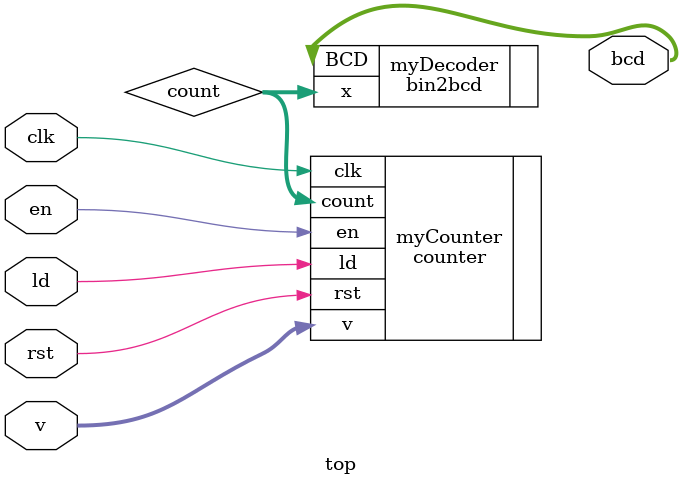
<source format=sv>
module top #(
    parameter WIDTH = 8
)(
    // interface signals
    input logic                     clk,    // clock 
    input logic                     rst,    // reset
    input logic                     en,     // enable 
    input logic [WIDTH-1:0]         v,      // value to preload
    input logic                     ld,
    output logic [11:0]             bcd     // count output 
);

    logic   [WIDTH-1:0]             count;  // interconnect wire, this is the internal node insidde the design

counter myCounter (
    .clk (clk),
    .rst (rst),
    .en (en),
    .ld (ld),
    .v (v),
    .count (count)
);

bin2bcd myDecoder (
    .x (count),
    .BCD (bcd)
);

endmodule

</source>
